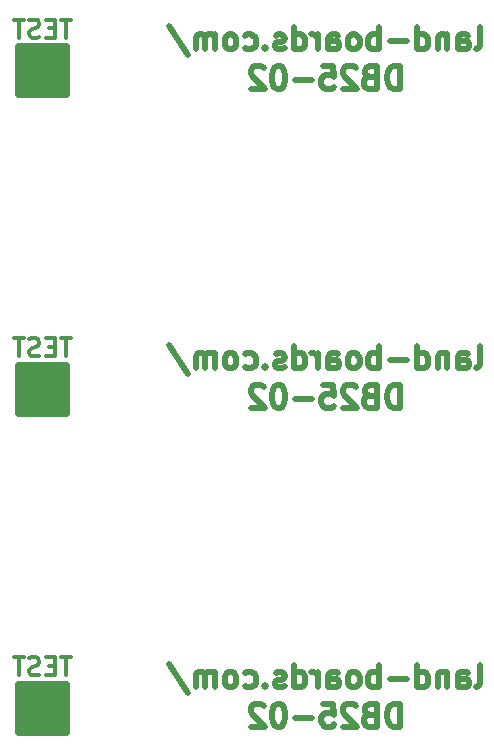
<source format=gbo>
%MOIN*%
%OFA0B0*%
%FSLAX46Y46*%
%IPPOS*%
%LPD*%
%ADD10C,0.018750000000000003*%
%ADD11C,0.025590551181102365*%
%ADD12C,0.012000000000000002*%
%ADD23C,0.018750000000000003*%
%ADD24C,0.025590551181102365*%
%ADD25C,0.012000000000000002*%
%ADD26C,0.018750000000000003*%
%ADD27C,0.025590551181102365*%
%ADD28C,0.012000000000000002*%
G01*
D10*
X0001564777Y0000189176D02*
X0001571920Y0000192748D01*
X0001575492Y0000199891D01*
X0001575492Y0000264176D01*
X0001504063Y0000189176D02*
X0001504063Y0000228462D01*
X0001507634Y0000235605D01*
X0001514777Y0000239176D01*
X0001529063Y0000239176D01*
X0001536206Y0000235605D01*
X0001504063Y0000192748D02*
X0001511206Y0000189176D01*
X0001529063Y0000189176D01*
X0001536206Y0000192748D01*
X0001539777Y0000199891D01*
X0001539777Y0000207033D01*
X0001536206Y0000214176D01*
X0001529063Y0000217748D01*
X0001511206Y0000217748D01*
X0001504063Y0000221319D01*
X0001468349Y0000239176D02*
X0001468349Y0000189176D01*
X0001468349Y0000232033D02*
X0001464777Y0000235605D01*
X0001457634Y0000239176D01*
X0001446920Y0000239176D01*
X0001439777Y0000235605D01*
X0001436206Y0000228462D01*
X0001436206Y0000189176D01*
X0001368349Y0000189176D02*
X0001368349Y0000264176D01*
X0001368349Y0000192748D02*
X0001375492Y0000189176D01*
X0001389777Y0000189176D01*
X0001396920Y0000192748D01*
X0001400492Y0000196319D01*
X0001404063Y0000203462D01*
X0001404063Y0000224891D01*
X0001400492Y0000232033D01*
X0001396920Y0000235605D01*
X0001389777Y0000239176D01*
X0001375492Y0000239176D01*
X0001368349Y0000235605D01*
X0001332634Y0000217748D02*
X0001275492Y0000217748D01*
X0001239777Y0000189176D02*
X0001239777Y0000264176D01*
X0001239777Y0000235605D02*
X0001232634Y0000239176D01*
X0001218349Y0000239176D01*
X0001211206Y0000235605D01*
X0001207634Y0000232033D01*
X0001204063Y0000224891D01*
X0001204063Y0000203462D01*
X0001207634Y0000196319D01*
X0001211206Y0000192748D01*
X0001218349Y0000189176D01*
X0001232634Y0000189176D01*
X0001239777Y0000192748D01*
X0001161206Y0000189176D02*
X0001168349Y0000192748D01*
X0001171920Y0000196319D01*
X0001175492Y0000203462D01*
X0001175492Y0000224891D01*
X0001171920Y0000232033D01*
X0001168349Y0000235605D01*
X0001161206Y0000239176D01*
X0001150492Y0000239176D01*
X0001143349Y0000235605D01*
X0001139777Y0000232033D01*
X0001136206Y0000224891D01*
X0001136206Y0000203462D01*
X0001139777Y0000196319D01*
X0001143349Y0000192748D01*
X0001150492Y0000189176D01*
X0001161206Y0000189176D01*
X0001071920Y0000189176D02*
X0001071920Y0000228462D01*
X0001075492Y0000235605D01*
X0001082634Y0000239176D01*
X0001096920Y0000239176D01*
X0001104063Y0000235605D01*
X0001071920Y0000192748D02*
X0001079063Y0000189176D01*
X0001096920Y0000189176D01*
X0001104063Y0000192748D01*
X0001107634Y0000199891D01*
X0001107634Y0000207033D01*
X0001104063Y0000214176D01*
X0001096920Y0000217748D01*
X0001079063Y0000217748D01*
X0001071920Y0000221319D01*
X0001036206Y0000189176D02*
X0001036206Y0000239176D01*
X0001036206Y0000224891D02*
X0001032634Y0000232033D01*
X0001029063Y0000235605D01*
X0001021920Y0000239176D01*
X0001014777Y0000239176D01*
X0000957634Y0000189176D02*
X0000957634Y0000264176D01*
X0000957634Y0000192748D02*
X0000964777Y0000189176D01*
X0000979063Y0000189176D01*
X0000986206Y0000192748D01*
X0000989777Y0000196319D01*
X0000993349Y0000203462D01*
X0000993349Y0000224891D01*
X0000989777Y0000232033D01*
X0000986206Y0000235605D01*
X0000979063Y0000239176D01*
X0000964777Y0000239176D01*
X0000957634Y0000235605D01*
X0000925492Y0000192748D02*
X0000918349Y0000189176D01*
X0000904063Y0000189176D01*
X0000896920Y0000192748D01*
X0000893349Y0000199891D01*
X0000893349Y0000203462D01*
X0000896920Y0000210605D01*
X0000904063Y0000214176D01*
X0000914777Y0000214176D01*
X0000921920Y0000217748D01*
X0000925492Y0000224891D01*
X0000925492Y0000228462D01*
X0000921920Y0000235605D01*
X0000914777Y0000239176D01*
X0000904063Y0000239176D01*
X0000896920Y0000235605D01*
X0000861206Y0000196319D02*
X0000857634Y0000192748D01*
X0000861206Y0000189176D01*
X0000864777Y0000192748D01*
X0000861206Y0000196319D01*
X0000861206Y0000189176D01*
X0000793349Y0000192748D02*
X0000800492Y0000189176D01*
X0000814777Y0000189176D01*
X0000821920Y0000192748D01*
X0000825492Y0000196319D01*
X0000829063Y0000203462D01*
X0000829063Y0000224891D01*
X0000825492Y0000232033D01*
X0000821920Y0000235605D01*
X0000814777Y0000239176D01*
X0000800492Y0000239176D01*
X0000793349Y0000235605D01*
X0000750492Y0000189176D02*
X0000757634Y0000192748D01*
X0000761206Y0000196319D01*
X0000764777Y0000203462D01*
X0000764777Y0000224891D01*
X0000761206Y0000232033D01*
X0000757634Y0000235605D01*
X0000750492Y0000239176D01*
X0000739777Y0000239176D01*
X0000732634Y0000235605D01*
X0000729063Y0000232033D01*
X0000725492Y0000224891D01*
X0000725492Y0000203462D01*
X0000729063Y0000196319D01*
X0000732634Y0000192748D01*
X0000739777Y0000189176D01*
X0000750492Y0000189176D01*
X0000693349Y0000189176D02*
X0000693349Y0000239176D01*
X0000693349Y0000232033D02*
X0000689777Y0000235605D01*
X0000682634Y0000239176D01*
X0000671920Y0000239176D01*
X0000664777Y0000235605D01*
X0000661206Y0000228462D01*
X0000661206Y0000189176D01*
X0000661206Y0000228462D02*
X0000657634Y0000235605D01*
X0000650492Y0000239176D01*
X0000639777Y0000239176D01*
X0000632634Y0000235605D01*
X0000629063Y0000228462D01*
X0000629063Y0000189176D01*
X0000539777Y0000267748D02*
X0000604063Y0000171319D01*
X0001309420Y0000057926D02*
X0001309420Y0000132926D01*
X0001291563Y0000132926D01*
X0001280849Y0000129355D01*
X0001273706Y0000122212D01*
X0001270134Y0000115069D01*
X0001266563Y0000100783D01*
X0001266563Y0000090069D01*
X0001270134Y0000075783D01*
X0001273706Y0000068641D01*
X0001280849Y0000061498D01*
X0001291563Y0000057926D01*
X0001309420Y0000057926D01*
X0001209420Y0000097212D02*
X0001198706Y0000093641D01*
X0001195134Y0000090069D01*
X0001191563Y0000082926D01*
X0001191563Y0000072212D01*
X0001195134Y0000065069D01*
X0001198706Y0000061498D01*
X0001205849Y0000057926D01*
X0001234420Y0000057926D01*
X0001234420Y0000132926D01*
X0001209420Y0000132926D01*
X0001202277Y0000129355D01*
X0001198706Y0000125783D01*
X0001195134Y0000118641D01*
X0001195134Y0000111498D01*
X0001198706Y0000104355D01*
X0001202277Y0000100783D01*
X0001209420Y0000097212D01*
X0001234420Y0000097212D01*
X0001162992Y0000125783D02*
X0001159420Y0000129355D01*
X0001152277Y0000132926D01*
X0001134420Y0000132926D01*
X0001127277Y0000129355D01*
X0001123706Y0000125783D01*
X0001120134Y0000118641D01*
X0001120134Y0000111498D01*
X0001123706Y0000100783D01*
X0001166563Y0000057926D01*
X0001120134Y0000057926D01*
X0001052277Y0000132926D02*
X0001087992Y0000132926D01*
X0001091563Y0000097212D01*
X0001087992Y0000100783D01*
X0001080849Y0000104355D01*
X0001062992Y0000104355D01*
X0001055849Y0000100783D01*
X0001052277Y0000097212D01*
X0001048706Y0000090069D01*
X0001048706Y0000072212D01*
X0001052277Y0000065069D01*
X0001055849Y0000061498D01*
X0001062992Y0000057926D01*
X0001080849Y0000057926D01*
X0001087992Y0000061498D01*
X0001091563Y0000065069D01*
X0001016563Y0000086498D02*
X0000959420Y0000086498D01*
X0000909420Y0000132926D02*
X0000902277Y0000132926D01*
X0000895134Y0000129355D01*
X0000891563Y0000125783D01*
X0000887992Y0000118641D01*
X0000884420Y0000104355D01*
X0000884420Y0000086498D01*
X0000887992Y0000072212D01*
X0000891563Y0000065069D01*
X0000895134Y0000061498D01*
X0000902277Y0000057926D01*
X0000909420Y0000057926D01*
X0000916563Y0000061498D01*
X0000920134Y0000065069D01*
X0000923706Y0000072212D01*
X0000927277Y0000086498D01*
X0000927277Y0000104355D01*
X0000923706Y0000118641D01*
X0000920134Y0000125783D01*
X0000916563Y0000129355D01*
X0000909420Y0000132926D01*
X0000855849Y0000125783D02*
X0000852277Y0000129355D01*
X0000845134Y0000132926D01*
X0000827277Y0000132926D01*
X0000820134Y0000129355D01*
X0000816563Y0000125783D01*
X0000812992Y0000118641D01*
X0000812992Y0000111498D01*
X0000816563Y0000100783D01*
X0000859420Y0000057926D01*
X0000812992Y0000057926D01*
D11*
X0000039370Y0000059055D02*
X0000196850Y0000059055D01*
X0000039370Y0000078740D02*
X0000039370Y0000059055D01*
X0000196850Y0000078740D02*
X0000039370Y0000078740D01*
X0000196850Y0000098425D02*
X0000196850Y0000078740D01*
X0000177165Y0000098425D02*
X0000196850Y0000098425D01*
X0000039370Y0000098425D02*
X0000177165Y0000098425D01*
X0000039370Y0000118110D02*
X0000039370Y0000098425D01*
X0000196850Y0000118110D02*
X0000039370Y0000118110D01*
X0000196850Y0000137795D02*
X0000196850Y0000118110D01*
X0000039370Y0000137795D02*
X0000196850Y0000137795D01*
X0000039370Y0000157480D02*
X0000039370Y0000137795D01*
X0000196850Y0000157480D02*
X0000039370Y0000157480D01*
X0000196850Y0000177165D02*
X0000196850Y0000157480D01*
X0000039370Y0000177165D02*
X0000196850Y0000177165D01*
X0000039370Y0000196850D02*
X0000039370Y0000177165D01*
X0000039370Y0000039370D02*
X0000039370Y0000196850D01*
X0000196850Y0000039370D02*
X0000039370Y0000039370D01*
X0000196850Y0000196850D02*
X0000196850Y0000039370D01*
X0000039370Y0000196850D02*
X0000196850Y0000196850D01*
D12*
X0000213824Y0000288762D02*
X0000179538Y0000288762D01*
X0000196681Y0000228762D02*
X0000196681Y0000288762D01*
X0000159538Y0000260191D02*
X0000139538Y0000260191D01*
X0000130967Y0000228762D02*
X0000159538Y0000228762D01*
X0000159538Y0000288762D01*
X0000130967Y0000288762D01*
X0000108110Y0000231619D02*
X0000099538Y0000228762D01*
X0000085253Y0000228762D01*
X0000079538Y0000231619D01*
X0000076681Y0000234476D01*
X0000073824Y0000240191D01*
X0000073824Y0000245905D01*
X0000076681Y0000251619D01*
X0000079538Y0000254476D01*
X0000085253Y0000257334D01*
X0000096681Y0000260191D01*
X0000102395Y0000263048D01*
X0000105253Y0000265905D01*
X0000108110Y0000271619D01*
X0000108110Y0000277334D01*
X0000105253Y0000283048D01*
X0000102395Y0000285905D01*
X0000096681Y0000288762D01*
X0000082395Y0000288762D01*
X0000073824Y0000285905D01*
X0000056681Y0000288762D02*
X0000022395Y0000288762D01*
X0000039538Y0000228762D02*
X0000039538Y0000288762D01*
G04 next file*
G04 Gerber Fmt 4.6, Leading zero omitted, Abs format (unit mm)*
G04 Created by KiCad (PCBNEW (5.1.10)-1) date 2022-01-20 18:23:21*
G01*
G04 APERTURE LIST*
G04 APERTURE END LIST*
D23*
X0001564777Y0001252168D02*
X0001571920Y0001255740D01*
X0001575492Y0001262883D01*
X0001575492Y0001327168D01*
X0001504063Y0001252168D02*
X0001504063Y0001291454D01*
X0001507634Y0001298597D01*
X0001514777Y0001302168D01*
X0001529063Y0001302168D01*
X0001536206Y0001298597D01*
X0001504063Y0001255740D02*
X0001511206Y0001252168D01*
X0001529063Y0001252168D01*
X0001536206Y0001255740D01*
X0001539777Y0001262883D01*
X0001539777Y0001270026D01*
X0001536206Y0001277168D01*
X0001529063Y0001280740D01*
X0001511206Y0001280740D01*
X0001504063Y0001284311D01*
X0001468349Y0001302168D02*
X0001468349Y0001252168D01*
X0001468349Y0001295026D02*
X0001464777Y0001298597D01*
X0001457634Y0001302168D01*
X0001446920Y0001302168D01*
X0001439777Y0001298597D01*
X0001436206Y0001291454D01*
X0001436206Y0001252168D01*
X0001368349Y0001252168D02*
X0001368349Y0001327168D01*
X0001368349Y0001255740D02*
X0001375492Y0001252168D01*
X0001389777Y0001252168D01*
X0001396920Y0001255740D01*
X0001400492Y0001259311D01*
X0001404063Y0001266454D01*
X0001404063Y0001287883D01*
X0001400492Y0001295026D01*
X0001396920Y0001298597D01*
X0001389777Y0001302168D01*
X0001375492Y0001302168D01*
X0001368349Y0001298597D01*
X0001332634Y0001280740D02*
X0001275492Y0001280740D01*
X0001239777Y0001252168D02*
X0001239777Y0001327168D01*
X0001239777Y0001298597D02*
X0001232634Y0001302168D01*
X0001218349Y0001302168D01*
X0001211206Y0001298597D01*
X0001207634Y0001295026D01*
X0001204063Y0001287883D01*
X0001204063Y0001266454D01*
X0001207634Y0001259311D01*
X0001211206Y0001255740D01*
X0001218349Y0001252168D01*
X0001232634Y0001252168D01*
X0001239777Y0001255740D01*
X0001161206Y0001252168D02*
X0001168349Y0001255740D01*
X0001171920Y0001259311D01*
X0001175492Y0001266454D01*
X0001175492Y0001287883D01*
X0001171920Y0001295026D01*
X0001168349Y0001298597D01*
X0001161206Y0001302168D01*
X0001150492Y0001302168D01*
X0001143349Y0001298597D01*
X0001139777Y0001295026D01*
X0001136206Y0001287883D01*
X0001136206Y0001266454D01*
X0001139777Y0001259311D01*
X0001143349Y0001255740D01*
X0001150492Y0001252168D01*
X0001161206Y0001252168D01*
X0001071920Y0001252168D02*
X0001071920Y0001291454D01*
X0001075492Y0001298597D01*
X0001082634Y0001302168D01*
X0001096920Y0001302168D01*
X0001104063Y0001298597D01*
X0001071920Y0001255740D02*
X0001079063Y0001252168D01*
X0001096920Y0001252168D01*
X0001104063Y0001255740D01*
X0001107634Y0001262883D01*
X0001107634Y0001270026D01*
X0001104063Y0001277168D01*
X0001096920Y0001280740D01*
X0001079063Y0001280740D01*
X0001071920Y0001284311D01*
X0001036206Y0001252168D02*
X0001036206Y0001302168D01*
X0001036206Y0001287883D02*
X0001032634Y0001295026D01*
X0001029063Y0001298597D01*
X0001021920Y0001302168D01*
X0001014777Y0001302168D01*
X0000957634Y0001252168D02*
X0000957634Y0001327168D01*
X0000957634Y0001255740D02*
X0000964777Y0001252168D01*
X0000979063Y0001252168D01*
X0000986206Y0001255740D01*
X0000989777Y0001259311D01*
X0000993349Y0001266454D01*
X0000993349Y0001287883D01*
X0000989777Y0001295026D01*
X0000986206Y0001298597D01*
X0000979063Y0001302168D01*
X0000964777Y0001302168D01*
X0000957634Y0001298597D01*
X0000925492Y0001255740D02*
X0000918349Y0001252168D01*
X0000904063Y0001252168D01*
X0000896920Y0001255740D01*
X0000893349Y0001262883D01*
X0000893349Y0001266454D01*
X0000896920Y0001273597D01*
X0000904063Y0001277168D01*
X0000914777Y0001277168D01*
X0000921920Y0001280740D01*
X0000925492Y0001287883D01*
X0000925492Y0001291454D01*
X0000921920Y0001298597D01*
X0000914777Y0001302168D01*
X0000904063Y0001302168D01*
X0000896920Y0001298597D01*
X0000861206Y0001259311D02*
X0000857634Y0001255740D01*
X0000861206Y0001252168D01*
X0000864777Y0001255740D01*
X0000861206Y0001259311D01*
X0000861206Y0001252168D01*
X0000793349Y0001255740D02*
X0000800492Y0001252168D01*
X0000814777Y0001252168D01*
X0000821920Y0001255740D01*
X0000825492Y0001259311D01*
X0000829063Y0001266454D01*
X0000829063Y0001287883D01*
X0000825492Y0001295026D01*
X0000821920Y0001298597D01*
X0000814777Y0001302168D01*
X0000800492Y0001302168D01*
X0000793349Y0001298597D01*
X0000750492Y0001252168D02*
X0000757634Y0001255740D01*
X0000761206Y0001259311D01*
X0000764777Y0001266454D01*
X0000764777Y0001287883D01*
X0000761206Y0001295026D01*
X0000757634Y0001298597D01*
X0000750492Y0001302168D01*
X0000739777Y0001302168D01*
X0000732634Y0001298597D01*
X0000729063Y0001295026D01*
X0000725492Y0001287883D01*
X0000725492Y0001266454D01*
X0000729063Y0001259311D01*
X0000732634Y0001255740D01*
X0000739777Y0001252168D01*
X0000750492Y0001252168D01*
X0000693349Y0001252168D02*
X0000693349Y0001302168D01*
X0000693349Y0001295026D02*
X0000689777Y0001298597D01*
X0000682634Y0001302168D01*
X0000671920Y0001302168D01*
X0000664777Y0001298597D01*
X0000661206Y0001291454D01*
X0000661206Y0001252168D01*
X0000661206Y0001291454D02*
X0000657634Y0001298597D01*
X0000650492Y0001302168D01*
X0000639777Y0001302168D01*
X0000632634Y0001298597D01*
X0000629063Y0001291454D01*
X0000629063Y0001252168D01*
X0000539777Y0001330740D02*
X0000604063Y0001234311D01*
X0001309420Y0001120918D02*
X0001309420Y0001195918D01*
X0001291563Y0001195918D01*
X0001280849Y0001192347D01*
X0001273706Y0001185204D01*
X0001270134Y0001178061D01*
X0001266563Y0001163776D01*
X0001266563Y0001153061D01*
X0001270134Y0001138776D01*
X0001273706Y0001131633D01*
X0001280849Y0001124490D01*
X0001291563Y0001120918D01*
X0001309420Y0001120918D01*
X0001209420Y0001160204D02*
X0001198706Y0001156633D01*
X0001195134Y0001153061D01*
X0001191563Y0001145918D01*
X0001191563Y0001135204D01*
X0001195134Y0001128061D01*
X0001198706Y0001124490D01*
X0001205849Y0001120918D01*
X0001234420Y0001120918D01*
X0001234420Y0001195918D01*
X0001209420Y0001195918D01*
X0001202277Y0001192347D01*
X0001198706Y0001188776D01*
X0001195134Y0001181633D01*
X0001195134Y0001174490D01*
X0001198706Y0001167347D01*
X0001202277Y0001163776D01*
X0001209420Y0001160204D01*
X0001234420Y0001160204D01*
X0001162992Y0001188776D02*
X0001159420Y0001192347D01*
X0001152277Y0001195918D01*
X0001134420Y0001195918D01*
X0001127277Y0001192347D01*
X0001123706Y0001188776D01*
X0001120134Y0001181633D01*
X0001120134Y0001174490D01*
X0001123706Y0001163776D01*
X0001166563Y0001120918D01*
X0001120134Y0001120918D01*
X0001052277Y0001195918D02*
X0001087992Y0001195918D01*
X0001091563Y0001160204D01*
X0001087992Y0001163776D01*
X0001080849Y0001167347D01*
X0001062992Y0001167347D01*
X0001055849Y0001163776D01*
X0001052277Y0001160204D01*
X0001048706Y0001153061D01*
X0001048706Y0001135204D01*
X0001052277Y0001128061D01*
X0001055849Y0001124490D01*
X0001062992Y0001120918D01*
X0001080849Y0001120918D01*
X0001087992Y0001124490D01*
X0001091563Y0001128061D01*
X0001016563Y0001149490D02*
X0000959420Y0001149490D01*
X0000909420Y0001195918D02*
X0000902277Y0001195918D01*
X0000895134Y0001192347D01*
X0000891563Y0001188776D01*
X0000887992Y0001181633D01*
X0000884420Y0001167347D01*
X0000884420Y0001149490D01*
X0000887992Y0001135204D01*
X0000891563Y0001128061D01*
X0000895134Y0001124490D01*
X0000902277Y0001120918D01*
X0000909420Y0001120918D01*
X0000916563Y0001124490D01*
X0000920134Y0001128061D01*
X0000923706Y0001135204D01*
X0000927277Y0001149490D01*
X0000927277Y0001167347D01*
X0000923706Y0001181633D01*
X0000920134Y0001188776D01*
X0000916563Y0001192347D01*
X0000909420Y0001195918D01*
X0000855849Y0001188776D02*
X0000852277Y0001192347D01*
X0000845134Y0001195918D01*
X0000827277Y0001195918D01*
X0000820134Y0001192347D01*
X0000816563Y0001188776D01*
X0000812992Y0001181633D01*
X0000812992Y0001174490D01*
X0000816563Y0001163776D01*
X0000859420Y0001120918D01*
X0000812992Y0001120918D01*
D24*
X0000039370Y0001122047D02*
X0000196850Y0001122047D01*
X0000039370Y0001141732D02*
X0000039370Y0001122047D01*
X0000196850Y0001141732D02*
X0000039370Y0001141732D01*
X0000196850Y0001161417D02*
X0000196850Y0001141732D01*
X0000177165Y0001161417D02*
X0000196850Y0001161417D01*
X0000039370Y0001161417D02*
X0000177165Y0001161417D01*
X0000039370Y0001181102D02*
X0000039370Y0001161417D01*
X0000196850Y0001181102D02*
X0000039370Y0001181102D01*
X0000196850Y0001200787D02*
X0000196850Y0001181102D01*
X0000039370Y0001200787D02*
X0000196850Y0001200787D01*
X0000039370Y0001220472D02*
X0000039370Y0001200787D01*
X0000196850Y0001220472D02*
X0000039370Y0001220472D01*
X0000196850Y0001240157D02*
X0000196850Y0001220472D01*
X0000039370Y0001240157D02*
X0000196850Y0001240157D01*
X0000039370Y0001259842D02*
X0000039370Y0001240157D01*
X0000039370Y0001102362D02*
X0000039370Y0001259842D01*
X0000196850Y0001102362D02*
X0000039370Y0001102362D01*
X0000196850Y0001259842D02*
X0000196850Y0001102362D01*
X0000039370Y0001259842D02*
X0000196850Y0001259842D01*
D25*
X0000213824Y0001351754D02*
X0000179538Y0001351754D01*
X0000196681Y0001291754D02*
X0000196681Y0001351754D01*
X0000159538Y0001323183D02*
X0000139538Y0001323183D01*
X0000130967Y0001291754D02*
X0000159538Y0001291754D01*
X0000159538Y0001351754D01*
X0000130967Y0001351754D01*
X0000108110Y0001294611D02*
X0000099538Y0001291754D01*
X0000085253Y0001291754D01*
X0000079538Y0001294611D01*
X0000076681Y0001297469D01*
X0000073824Y0001303183D01*
X0000073824Y0001308897D01*
X0000076681Y0001314611D01*
X0000079538Y0001317469D01*
X0000085253Y0001320326D01*
X0000096681Y0001323183D01*
X0000102395Y0001326040D01*
X0000105253Y0001328897D01*
X0000108110Y0001334611D01*
X0000108110Y0001340326D01*
X0000105253Y0001346040D01*
X0000102395Y0001348897D01*
X0000096681Y0001351754D01*
X0000082395Y0001351754D01*
X0000073824Y0001348897D01*
X0000056681Y0001351754D02*
X0000022395Y0001351754D01*
X0000039538Y0001291754D02*
X0000039538Y0001351754D01*
G04 next file*
G04 Gerber Fmt 4.6, Leading zero omitted, Abs format (unit mm)*
G04 Created by KiCad (PCBNEW (5.1.10)-1) date 2022-01-20 18:23:21*
G01*
G04 APERTURE LIST*
G04 APERTURE END LIST*
D26*
X0001564777Y0002315161D02*
X0001571920Y0002318732D01*
X0001575492Y0002325875D01*
X0001575492Y0002390161D01*
X0001504063Y0002315161D02*
X0001504063Y0002354446D01*
X0001507634Y0002361589D01*
X0001514777Y0002365161D01*
X0001529063Y0002365161D01*
X0001536206Y0002361589D01*
X0001504063Y0002318732D02*
X0001511206Y0002315161D01*
X0001529063Y0002315161D01*
X0001536206Y0002318732D01*
X0001539777Y0002325875D01*
X0001539777Y0002333018D01*
X0001536206Y0002340161D01*
X0001529063Y0002343732D01*
X0001511206Y0002343732D01*
X0001504063Y0002347303D01*
X0001468349Y0002365161D02*
X0001468349Y0002315161D01*
X0001468349Y0002358018D02*
X0001464777Y0002361589D01*
X0001457634Y0002365161D01*
X0001446920Y0002365161D01*
X0001439777Y0002361589D01*
X0001436206Y0002354446D01*
X0001436206Y0002315161D01*
X0001368349Y0002315161D02*
X0001368349Y0002390161D01*
X0001368349Y0002318732D02*
X0001375492Y0002315161D01*
X0001389777Y0002315161D01*
X0001396920Y0002318732D01*
X0001400492Y0002322303D01*
X0001404063Y0002329446D01*
X0001404063Y0002350875D01*
X0001400492Y0002358018D01*
X0001396920Y0002361589D01*
X0001389777Y0002365161D01*
X0001375492Y0002365161D01*
X0001368349Y0002361589D01*
X0001332634Y0002343732D02*
X0001275492Y0002343732D01*
X0001239777Y0002315161D02*
X0001239777Y0002390161D01*
X0001239777Y0002361589D02*
X0001232634Y0002365161D01*
X0001218349Y0002365161D01*
X0001211206Y0002361589D01*
X0001207634Y0002358018D01*
X0001204063Y0002350875D01*
X0001204063Y0002329446D01*
X0001207634Y0002322303D01*
X0001211206Y0002318732D01*
X0001218349Y0002315161D01*
X0001232634Y0002315161D01*
X0001239777Y0002318732D01*
X0001161206Y0002315161D02*
X0001168349Y0002318732D01*
X0001171920Y0002322303D01*
X0001175492Y0002329446D01*
X0001175492Y0002350875D01*
X0001171920Y0002358018D01*
X0001168349Y0002361589D01*
X0001161206Y0002365161D01*
X0001150492Y0002365161D01*
X0001143349Y0002361589D01*
X0001139777Y0002358018D01*
X0001136206Y0002350875D01*
X0001136206Y0002329446D01*
X0001139777Y0002322303D01*
X0001143349Y0002318732D01*
X0001150492Y0002315161D01*
X0001161206Y0002315161D01*
X0001071920Y0002315161D02*
X0001071920Y0002354446D01*
X0001075492Y0002361589D01*
X0001082634Y0002365161D01*
X0001096920Y0002365161D01*
X0001104063Y0002361589D01*
X0001071920Y0002318732D02*
X0001079063Y0002315161D01*
X0001096920Y0002315161D01*
X0001104063Y0002318732D01*
X0001107634Y0002325875D01*
X0001107634Y0002333018D01*
X0001104063Y0002340161D01*
X0001096920Y0002343732D01*
X0001079063Y0002343732D01*
X0001071920Y0002347303D01*
X0001036206Y0002315161D02*
X0001036206Y0002365161D01*
X0001036206Y0002350875D02*
X0001032634Y0002358018D01*
X0001029063Y0002361589D01*
X0001021920Y0002365161D01*
X0001014777Y0002365161D01*
X0000957634Y0002315161D02*
X0000957634Y0002390161D01*
X0000957634Y0002318732D02*
X0000964777Y0002315161D01*
X0000979063Y0002315161D01*
X0000986206Y0002318732D01*
X0000989777Y0002322303D01*
X0000993349Y0002329446D01*
X0000993349Y0002350875D01*
X0000989777Y0002358018D01*
X0000986206Y0002361589D01*
X0000979063Y0002365161D01*
X0000964777Y0002365161D01*
X0000957634Y0002361589D01*
X0000925492Y0002318732D02*
X0000918349Y0002315161D01*
X0000904063Y0002315161D01*
X0000896920Y0002318732D01*
X0000893349Y0002325875D01*
X0000893349Y0002329446D01*
X0000896920Y0002336589D01*
X0000904063Y0002340161D01*
X0000914777Y0002340161D01*
X0000921920Y0002343732D01*
X0000925492Y0002350875D01*
X0000925492Y0002354446D01*
X0000921920Y0002361589D01*
X0000914777Y0002365161D01*
X0000904063Y0002365161D01*
X0000896920Y0002361589D01*
X0000861206Y0002322303D02*
X0000857634Y0002318732D01*
X0000861206Y0002315161D01*
X0000864777Y0002318732D01*
X0000861206Y0002322303D01*
X0000861206Y0002315161D01*
X0000793349Y0002318732D02*
X0000800492Y0002315161D01*
X0000814777Y0002315161D01*
X0000821920Y0002318732D01*
X0000825492Y0002322303D01*
X0000829063Y0002329446D01*
X0000829063Y0002350875D01*
X0000825492Y0002358018D01*
X0000821920Y0002361589D01*
X0000814777Y0002365161D01*
X0000800492Y0002365161D01*
X0000793349Y0002361589D01*
X0000750492Y0002315161D02*
X0000757634Y0002318732D01*
X0000761206Y0002322303D01*
X0000764777Y0002329446D01*
X0000764777Y0002350875D01*
X0000761206Y0002358018D01*
X0000757634Y0002361589D01*
X0000750492Y0002365161D01*
X0000739777Y0002365161D01*
X0000732634Y0002361589D01*
X0000729063Y0002358018D01*
X0000725492Y0002350875D01*
X0000725492Y0002329446D01*
X0000729063Y0002322303D01*
X0000732634Y0002318732D01*
X0000739777Y0002315161D01*
X0000750492Y0002315161D01*
X0000693349Y0002315161D02*
X0000693349Y0002365161D01*
X0000693349Y0002358018D02*
X0000689777Y0002361589D01*
X0000682634Y0002365161D01*
X0000671920Y0002365161D01*
X0000664777Y0002361589D01*
X0000661206Y0002354446D01*
X0000661206Y0002315161D01*
X0000661206Y0002354446D02*
X0000657634Y0002361589D01*
X0000650492Y0002365161D01*
X0000639777Y0002365161D01*
X0000632634Y0002361589D01*
X0000629063Y0002354446D01*
X0000629063Y0002315161D01*
X0000539777Y0002393732D02*
X0000604063Y0002297303D01*
X0001309420Y0002183911D02*
X0001309420Y0002258911D01*
X0001291563Y0002258911D01*
X0001280849Y0002255339D01*
X0001273706Y0002248196D01*
X0001270134Y0002241053D01*
X0001266563Y0002226768D01*
X0001266563Y0002216053D01*
X0001270134Y0002201768D01*
X0001273706Y0002194625D01*
X0001280849Y0002187482D01*
X0001291563Y0002183911D01*
X0001309420Y0002183911D01*
X0001209420Y0002223196D02*
X0001198706Y0002219625D01*
X0001195134Y0002216053D01*
X0001191563Y0002208911D01*
X0001191563Y0002198196D01*
X0001195134Y0002191053D01*
X0001198706Y0002187482D01*
X0001205849Y0002183911D01*
X0001234420Y0002183911D01*
X0001234420Y0002258911D01*
X0001209420Y0002258911D01*
X0001202277Y0002255339D01*
X0001198706Y0002251768D01*
X0001195134Y0002244625D01*
X0001195134Y0002237482D01*
X0001198706Y0002230339D01*
X0001202277Y0002226768D01*
X0001209420Y0002223196D01*
X0001234420Y0002223196D01*
X0001162992Y0002251768D02*
X0001159420Y0002255339D01*
X0001152277Y0002258911D01*
X0001134420Y0002258911D01*
X0001127277Y0002255339D01*
X0001123706Y0002251768D01*
X0001120134Y0002244625D01*
X0001120134Y0002237482D01*
X0001123706Y0002226768D01*
X0001166563Y0002183911D01*
X0001120134Y0002183911D01*
X0001052277Y0002258911D02*
X0001087992Y0002258911D01*
X0001091563Y0002223196D01*
X0001087992Y0002226768D01*
X0001080849Y0002230339D01*
X0001062992Y0002230339D01*
X0001055849Y0002226768D01*
X0001052277Y0002223196D01*
X0001048706Y0002216053D01*
X0001048706Y0002198196D01*
X0001052277Y0002191053D01*
X0001055849Y0002187482D01*
X0001062992Y0002183911D01*
X0001080849Y0002183911D01*
X0001087992Y0002187482D01*
X0001091563Y0002191053D01*
X0001016563Y0002212482D02*
X0000959420Y0002212482D01*
X0000909420Y0002258911D02*
X0000902277Y0002258911D01*
X0000895134Y0002255339D01*
X0000891563Y0002251768D01*
X0000887992Y0002244625D01*
X0000884420Y0002230339D01*
X0000884420Y0002212482D01*
X0000887992Y0002198196D01*
X0000891563Y0002191053D01*
X0000895134Y0002187482D01*
X0000902277Y0002183911D01*
X0000909420Y0002183911D01*
X0000916563Y0002187482D01*
X0000920134Y0002191053D01*
X0000923706Y0002198196D01*
X0000927277Y0002212482D01*
X0000927277Y0002230339D01*
X0000923706Y0002244625D01*
X0000920134Y0002251768D01*
X0000916563Y0002255339D01*
X0000909420Y0002258911D01*
X0000855849Y0002251768D02*
X0000852277Y0002255339D01*
X0000845134Y0002258911D01*
X0000827277Y0002258911D01*
X0000820134Y0002255339D01*
X0000816563Y0002251768D01*
X0000812992Y0002244625D01*
X0000812992Y0002237482D01*
X0000816563Y0002226768D01*
X0000859420Y0002183911D01*
X0000812992Y0002183911D01*
D27*
X0000039370Y0002185039D02*
X0000196850Y0002185039D01*
X0000039370Y0002204724D02*
X0000039370Y0002185039D01*
X0000196850Y0002204724D02*
X0000039370Y0002204724D01*
X0000196850Y0002224409D02*
X0000196850Y0002204724D01*
X0000177165Y0002224409D02*
X0000196850Y0002224409D01*
X0000039370Y0002224409D02*
X0000177165Y0002224409D01*
X0000039370Y0002244094D02*
X0000039370Y0002224409D01*
X0000196850Y0002244094D02*
X0000039370Y0002244094D01*
X0000196850Y0002263779D02*
X0000196850Y0002244094D01*
X0000039370Y0002263779D02*
X0000196850Y0002263779D01*
X0000039370Y0002283464D02*
X0000039370Y0002263779D01*
X0000196850Y0002283464D02*
X0000039370Y0002283464D01*
X0000196850Y0002303149D02*
X0000196850Y0002283464D01*
X0000039370Y0002303149D02*
X0000196850Y0002303149D01*
X0000039370Y0002322834D02*
X0000039370Y0002303149D01*
X0000039370Y0002165354D02*
X0000039370Y0002322834D01*
X0000196850Y0002165354D02*
X0000039370Y0002165354D01*
X0000196850Y0002322834D02*
X0000196850Y0002165354D01*
X0000039370Y0002322834D02*
X0000196850Y0002322834D01*
D28*
X0000213824Y0002414746D02*
X0000179538Y0002414746D01*
X0000196681Y0002354746D02*
X0000196681Y0002414746D01*
X0000159538Y0002386175D02*
X0000139538Y0002386175D01*
X0000130967Y0002354746D02*
X0000159538Y0002354746D01*
X0000159538Y0002414746D01*
X0000130967Y0002414746D01*
X0000108110Y0002357604D02*
X0000099538Y0002354746D01*
X0000085253Y0002354746D01*
X0000079538Y0002357604D01*
X0000076681Y0002360461D01*
X0000073824Y0002366175D01*
X0000073824Y0002371889D01*
X0000076681Y0002377604D01*
X0000079538Y0002380461D01*
X0000085253Y0002383318D01*
X0000096681Y0002386175D01*
X0000102395Y0002389032D01*
X0000105253Y0002391889D01*
X0000108110Y0002397604D01*
X0000108110Y0002403318D01*
X0000105253Y0002409032D01*
X0000102395Y0002411889D01*
X0000096681Y0002414746D01*
X0000082395Y0002414746D01*
X0000073824Y0002411889D01*
X0000056681Y0002414746D02*
X0000022395Y0002414746D01*
X0000039538Y0002354746D02*
X0000039538Y0002414746D01*
M02*
</source>
